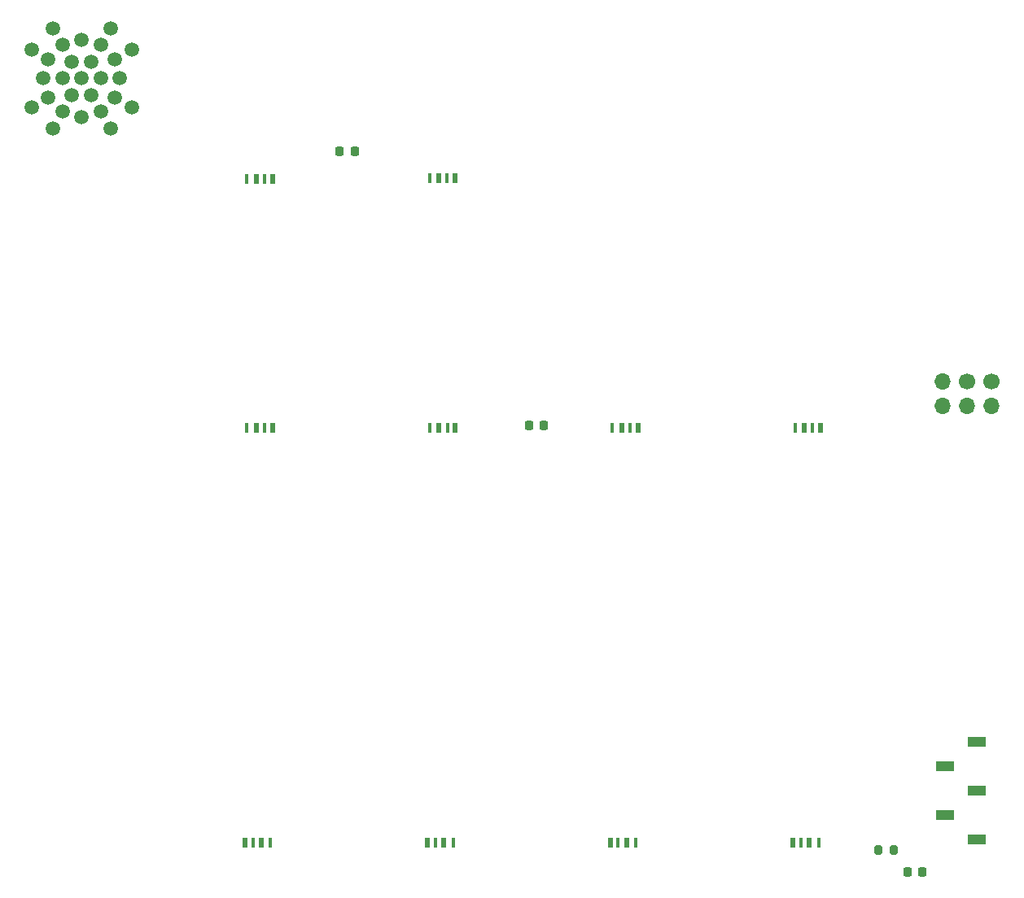
<source format=gbr>
%TF.GenerationSoftware,KiCad,Pcbnew,7.0.2*%
%TF.CreationDate,2023-07-16T23:24:56-06:00*%
%TF.ProjectId,dc31-front,64633331-2d66-4726-9f6e-742e6b696361,rev?*%
%TF.SameCoordinates,Original*%
%TF.FileFunction,Soldermask,Bot*%
%TF.FilePolarity,Negative*%
%FSLAX46Y46*%
G04 Gerber Fmt 4.6, Leading zero omitted, Abs format (unit mm)*
G04 Created by KiCad (PCBNEW 7.0.2) date 2023-07-16 23:24:56*
%MOMM*%
%LPD*%
G01*
G04 APERTURE LIST*
G04 Aperture macros list*
%AMRoundRect*
0 Rectangle with rounded corners*
0 $1 Rounding radius*
0 $2 $3 $4 $5 $6 $7 $8 $9 X,Y pos of 4 corners*
0 Add a 4 corners polygon primitive as box body*
4,1,4,$2,$3,$4,$5,$6,$7,$8,$9,$2,$3,0*
0 Add four circle primitives for the rounded corners*
1,1,$1+$1,$2,$3*
1,1,$1+$1,$4,$5*
1,1,$1+$1,$6,$7*
1,1,$1+$1,$8,$9*
0 Add four rect primitives between the rounded corners*
20,1,$1+$1,$2,$3,$4,$5,0*
20,1,$1+$1,$4,$5,$6,$7,0*
20,1,$1+$1,$6,$7,$8,$9,0*
20,1,$1+$1,$8,$9,$2,$3,0*%
G04 Aperture macros list end*
%ADD10O,1.700000X1.700000*%
%ADD11C,1.700000*%
%ADD12R,1.900000X1.000000*%
%ADD13RoundRect,0.225000X0.225000X0.250000X-0.225000X0.250000X-0.225000X-0.250000X0.225000X-0.250000X0*%
%ADD14RoundRect,0.225000X-0.225000X-0.250000X0.225000X-0.250000X0.225000X0.250000X-0.225000X0.250000X0*%
%ADD15C,1.500000*%
%ADD16R,0.500000X1.000000*%
%ADD17R,0.350000X1.000000*%
%ADD18R,0.600000X1.000000*%
%ADD19R,0.450000X1.000000*%
%ADD20RoundRect,0.200000X-0.200000X-0.275000X0.200000X-0.275000X0.200000X0.275000X-0.200000X0.275000X0*%
G04 APERTURE END LIST*
D10*
%TO.C,X101*%
X195180000Y-104735000D03*
X195180000Y-102195000D03*
X197720000Y-104735000D03*
D11*
X197720000Y-102195000D03*
D10*
X200260000Y-104735000D03*
D11*
X200260000Y-102195000D03*
%TD*%
D12*
%TO.C,J101*%
X198680000Y-139700000D03*
X195380000Y-142240000D03*
X198680000Y-144780000D03*
X195380000Y-147320000D03*
X198680000Y-149860000D03*
%TD*%
D13*
%TO.C,C103*%
X133985000Y-78240000D03*
X132435000Y-78240000D03*
%TD*%
%TO.C,C102*%
X153645000Y-106730000D03*
X152095000Y-106730000D03*
%TD*%
D14*
%TO.C,C101*%
X193065000Y-153225000D03*
X191515000Y-153225000D03*
%TD*%
D15*
%TO.C,REF\u002A\u002A*%
X109585000Y-70605000D03*
X109049102Y-72605000D03*
X107585000Y-74069102D03*
X105585000Y-74605000D03*
X103585000Y-74069102D03*
X102120898Y-72605000D03*
X101585000Y-70605000D03*
X102120898Y-68605000D03*
X103585000Y-67140898D03*
X105585000Y-66605000D03*
X107585000Y-67140898D03*
X109049102Y-68605000D03*
X105585000Y-70605000D03*
X107585000Y-70605000D03*
X106585000Y-72337051D03*
X104585000Y-72337051D03*
X103585000Y-70605000D03*
X104585000Y-68872949D03*
X106585000Y-68872949D03*
X110781152Y-73605000D03*
X108585000Y-75801152D03*
X102585000Y-75801152D03*
X100388848Y-73605000D03*
X100388848Y-67605000D03*
X102585000Y-65408848D03*
X108585000Y-65408848D03*
X110781152Y-67605000D03*
%TD*%
D16*
%TO.C,D110*%
X144440000Y-81020000D03*
D17*
X143615000Y-81020000D03*
D18*
X142740000Y-81020000D03*
D19*
X141765000Y-81020000D03*
%TD*%
%TO.C,D109*%
X122775000Y-81050000D03*
D18*
X123750000Y-81050000D03*
D17*
X124625000Y-81050000D03*
D16*
X125450000Y-81050000D03*
%TD*%
D19*
%TO.C,D108*%
X179785000Y-107030000D03*
D18*
X180760000Y-107030000D03*
D17*
X181635000Y-107030000D03*
D16*
X182460000Y-107030000D03*
%TD*%
D19*
%TO.C,D107*%
X160785000Y-107030000D03*
D18*
X161760000Y-107030000D03*
D17*
X162635000Y-107030000D03*
D16*
X163460000Y-107030000D03*
%TD*%
D19*
%TO.C,D106*%
X141785000Y-107030000D03*
D18*
X142760000Y-107030000D03*
D17*
X143635000Y-107030000D03*
D16*
X144460000Y-107030000D03*
%TD*%
%TO.C,D105*%
X125460000Y-107030000D03*
D17*
X124635000Y-107030000D03*
D18*
X123760000Y-107030000D03*
D19*
X122785000Y-107030000D03*
%TD*%
D16*
%TO.C,D104*%
X122570000Y-150160000D03*
D17*
X123395000Y-150160000D03*
D18*
X124270000Y-150160000D03*
D19*
X125245000Y-150160000D03*
%TD*%
%TO.C,D103*%
X144245000Y-150160000D03*
D18*
X143270000Y-150160000D03*
D17*
X142395000Y-150160000D03*
D16*
X141570000Y-150160000D03*
%TD*%
D19*
%TO.C,D102*%
X163245000Y-150160000D03*
D18*
X162270000Y-150160000D03*
D17*
X161395000Y-150160000D03*
D16*
X160570000Y-150160000D03*
%TD*%
D19*
%TO.C,D101*%
X182245000Y-150160000D03*
D18*
X181270000Y-150160000D03*
D17*
X180395000Y-150160000D03*
D16*
X179570000Y-150160000D03*
%TD*%
D20*
%TO.C,R101*%
X190085000Y-150950000D03*
X188435000Y-150950000D03*
%TD*%
M02*

</source>
